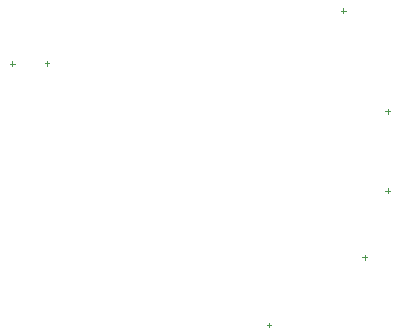
<source format=gm1>
G04*
G04 #@! TF.GenerationSoftware,Altium Limited,Altium Designer,18.1.7 (191)*
G04*
G04 Layer_Color=16711935*
%FSLAX44Y44*%
%MOMM*%
G71*
G01*
G75*
%ADD65C,0.1000*%
D65*
X1485250Y543000D02*
Y547000D01*
X1483250Y545000D02*
X1487250D01*
X1268000Y764250D02*
Y768250D01*
X1266000Y766250D02*
X1270000D01*
X1295250Y766500D02*
X1299250D01*
X1297250Y764500D02*
Y768500D01*
X1564250Y602250D02*
X1568250D01*
X1566250Y600250D02*
Y604250D01*
X1585750Y656750D02*
Y660750D01*
X1583750Y658750D02*
X1587750D01*
X1585750Y724000D02*
Y728000D01*
X1583750Y726000D02*
X1587750D01*
X1548000Y809250D02*
Y813250D01*
X1546000Y811250D02*
X1550000D01*
M02*

</source>
